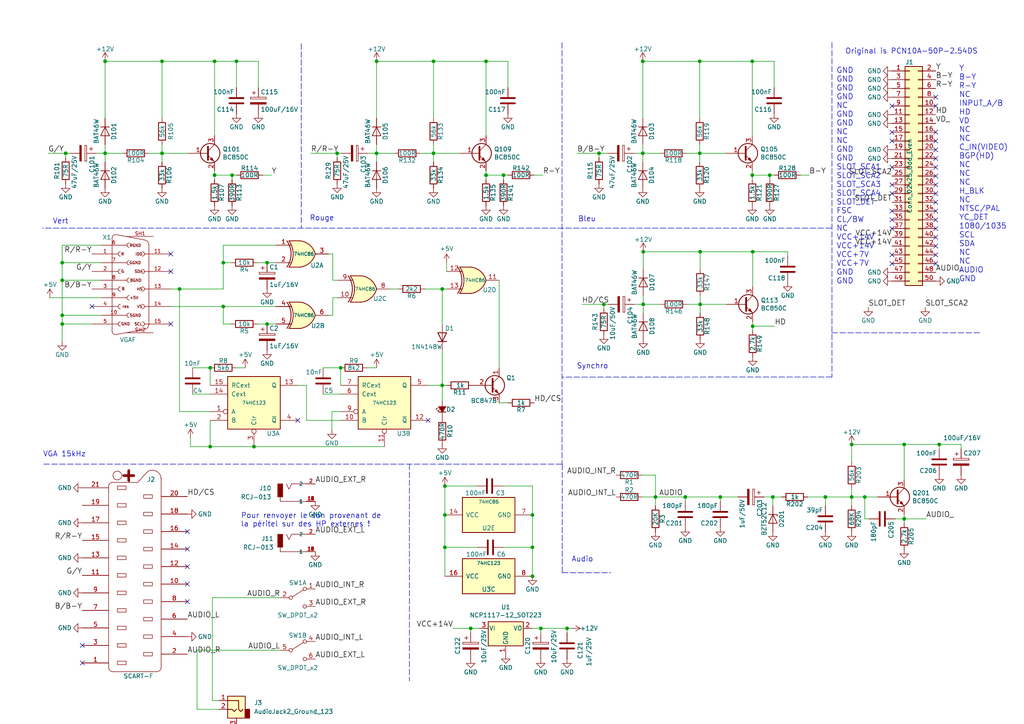
<source format=kicad_sch>
(kicad_sch (version 20211123) (generator eeschema)
  (paper "A4")
  (title_block (title "IF-CO1COMG Clone Base board (Scart+VGA in)") (date "2024-03-31") (rev "1") (company "L33T TEK, Martin Hejnfelt (martin@hejnfelt.com)") (comment 1 "Modifié par Makoto (makotoworkshop.org) pour ajout du VGA 15kHz (suppression des BNC)"))
  (junction (at 186.436 17.78))
  (junction (at 129.032 149.352))
  (junction (at 218.313 73.025))
  (junction (at 198.755 144.145))
  (junction (at 68.58 17.78))
  (junction (at 262.255 150.495))
  (junction (at 140.97 50.8))
  (junction (at 64.77 76.2))
  (junction (at 46.99 44.45))
  (junction (at 67.31 50.8))
  (junction (at 186.563 73.025))
  (junction (at 203.073 73.025))
  (junction (at 77.47 76.2))
  (junction (at 128.27 111.76))
  (junction (at 98.806 106.68))
  (junction (at 73.66 129.54))
  (junction (at 77.47 93.98))
  (junction (at 154.432 158.75))
  (junction (at 62.23 17.78))
  (junction (at 128.27 83.82))
  (junction (at 154.432 149.352))
  (junction (at 218.313 94.615))
  (junction (at 18.034 93.98))
  (junction (at 30.48 17.78))
  (junction (at 46.99 17.78))
  (junction (at 202.946 44.45))
  (junction (at 250.825 144.145))
  (junction (at 129.032 158.75))
  (junction (at 186.563 88.265))
  (junction (at 262.255 128.905))
  (junction (at 202.946 17.78))
  (junction (at 109.22 17.78))
  (junction (at 30.48 44.45))
  (junction (at 140.97 17.78))
  (junction (at 125.73 17.78))
  (junction (at 146.05 50.8))
  (junction (at 18.034 81.28))
  (junction (at 223.266 50.8))
  (junction (at 18.034 76.2))
  (junction (at 224.155 144.145))
  (junction (at 218.186 17.78))
  (junction (at 136.525 182.245))
  (junction (at 173.736 44.45))
  (junction (at 52.07 83.82))
  (junction (at 190.119 144.145))
  (junction (at 164.465 182.245))
  (junction (at 18.034 91.44))
  (junction (at 239.395 144.145))
  (junction (at 129.032 140.97))
  (junction (at 247.015 128.905))
  (junction (at 62.23 50.8))
  (junction (at 247.015 144.145))
  (junction (at 218.186 50.8))
  (junction (at 97.79 44.45))
  (junction (at 60.96 129.54))
  (junction (at 109.22 44.45))
  (junction (at 154.432 167.132))
  (junction (at 203.073 88.265))
  (junction (at 64.77 88.9))
  (junction (at 186.436 44.45))
  (junction (at 272.415 128.905))
  (junction (at 19.05 44.45))
  (junction (at 208.915 144.145))
  (junction (at 60.96 106.68))
  (junction (at 175.133 88.265))
  (junction (at 125.73 44.45))
  (junction (at 156.845 182.245))
  (no_connect (at 23.876 192.278))
  (no_connect (at 271.399 76.454))
  (no_connect (at 271.399 38.354))
  (no_connect (at 271.399 56.134))
  (no_connect (at 54.356 154.178))
  (no_connect (at 258.699 38.354))
  (no_connect (at 54.356 164.338))
  (no_connect (at 271.399 66.294))
  (no_connect (at 258.699 63.754))
  (no_connect (at 124.206 121.92))
  (no_connect (at 271.399 28.194))
  (no_connect (at 54.356 174.498))
  (no_connect (at 258.699 40.894))
  (no_connect (at 258.699 61.214))
  (no_connect (at 271.399 48.514))
  (no_connect (at 54.356 169.418))
  (no_connect (at 49.53 93.98))
  (no_connect (at 49.53 78.74))
  (no_connect (at 49.53 73.66))
  (no_connect (at 258.699 30.734))
  (no_connect (at 271.399 40.894))
  (no_connect (at 271.399 71.374))
  (no_connect (at 258.699 48.514))
  (no_connect (at 271.399 43.434))
  (no_connect (at 86.36 121.92))
  (no_connect (at 271.399 68.834))
  (no_connect (at 271.399 51.054))
  (no_connect (at 54.356 159.258))
  (no_connect (at 271.399 45.974))
  (no_connect (at 258.699 73.914))
  (no_connect (at 258.699 76.454))
  (no_connect (at 271.399 53.594))
  (no_connect (at 271.399 58.674))
  (no_connect (at 271.399 61.214))
  (no_connect (at 258.699 66.294))
  (no_connect (at 23.876 187.198))
  (no_connect (at 271.399 73.914))
  (no_connect (at 258.699 53.594))
  (no_connect (at 26.67 88.9))
  (no_connect (at 271.399 30.734))
  (no_connect (at 271.399 63.754))
  (no_connect (at 258.699 56.134))
  (wire (pts (xy 186.563 85.725) (xy 186.563 88.265)))
  (wire (pts (xy 262.255 149.225) (xy 262.255 150.495)))
  (polyline (pts (xy 241.3 109.347) (xy 163.068 109.3724)))
  (wire (pts (xy 97.79 45.72) (xy 97.79 44.45)))
  (wire (pts (xy 218.313 73.025) (xy 218.313 83.185)))
  (wire (pts (xy 186.563 88.265) (xy 186.563 90.805)))
  (wire (pts (xy 64.77 76.2) (xy 64.77 83.82)))
  (wire (pts (xy 81.28 173.355) (xy 61.595 173.355)))
  (wire (pts (xy 198.755 144.145) (xy 208.915 144.145)))
  (wire (pts (xy 64.77 76.2) (xy 64.77 71.12)))
  (wire (pts (xy 186.563 88.265) (xy 191.643 88.265)))
  (polyline (pts (xy 163.068 166.116) (xy 176.9872 166.116)))
  (wire (pts (xy 250.825 144.145) (xy 254.635 144.145)))
  (wire (pts (xy 202.946 41.91) (xy 202.946 44.45)))
  (polyline (pts (xy 163.0172 12.3444) (xy 163.0172 134.62)))
  (wire (pts (xy 60.96 106.68) (xy 60.96 111.76)))
  (wire (pts (xy 250.825 150.495) (xy 250.825 144.145)))
  (wire (pts (xy 14.478 86.36) (xy 29.21 86.36)))
  (wire (pts (xy 232.156 50.8) (xy 234.696 50.8)))
  (wire (pts (xy 46.99 44.45) (xy 54.61 44.45)))
  (wire (pts (xy 154.432 158.75) (xy 154.432 167.132)))
  (wire (pts (xy 131.445 182.245) (xy 136.525 182.245)))
  (wire (pts (xy 239.395 146.685) (xy 239.395 144.145)))
  (wire (pts (xy 247.015 141.605) (xy 247.015 144.145)))
  (wire (pts (xy 173.736 44.45) (xy 176.276 44.45)))
  (wire (pts (xy 74.676 76.2) (xy 77.47 76.2)))
  (wire (pts (xy 128.27 111.76) (xy 124.206 111.76)))
  (wire (pts (xy 202.946 17.78) (xy 218.186 17.78)))
  (wire (pts (xy 129.032 140.97) (xy 138.176 140.97)))
  (wire (pts (xy 218.313 94.615) (xy 218.313 95.885)))
  (wire (pts (xy 61.595 173.355) (xy 61.595 203.2)))
  (wire (pts (xy 129.032 158.75) (xy 138.43 158.75)))
  (wire (pts (xy 164.465 183.515) (xy 164.465 182.245)))
  (wire (pts (xy 156.845 183.515) (xy 156.845 182.245)))
  (wire (pts (xy 62.23 17.78) (xy 62.23 39.37)))
  (wire (pts (xy 125.73 41.91) (xy 125.73 44.45)))
  (wire (pts (xy 223.266 52.07) (xy 223.266 50.8)))
  (wire (pts (xy 30.48 17.78) (xy 46.99 17.78)))
  (wire (pts (xy 49.53 83.82) (xy 52.07 83.82)))
  (wire (pts (xy 46.99 41.91) (xy 46.99 44.45)))
  (wire (pts (xy 55.245 129.54) (xy 55.245 127)))
  (polyline (pts (xy 241.173 66.167) (xy 12.319 66.167)))
  (wire (pts (xy 30.48 41.91) (xy 30.48 44.45)))
  (wire (pts (xy 183.896 44.45) (xy 186.436 44.45)))
  (wire (pts (xy 86.36 111.76) (xy 88.9 111.76)))
  (wire (pts (xy 97.79 86.36) (xy 96.52 86.36)))
  (wire (pts (xy 18.034 91.44) (xy 29.21 91.44)))
  (wire (pts (xy 144.78 116.84) (xy 147.32 116.84)))
  (wire (pts (xy 55.88 106.68) (xy 60.96 106.68)))
  (wire (pts (xy 18.034 71.12) (xy 18.034 76.2)))
  (wire (pts (xy 96.52 81.28) (xy 97.79 81.28)))
  (wire (pts (xy 62.23 50.8) (xy 67.31 50.8)))
  (wire (pts (xy 125.73 34.29) (xy 125.73 17.78)))
  (wire (pts (xy 68.58 17.78) (xy 74.93 17.78)))
  (wire (pts (xy 18.034 81.28) (xy 29.21 81.28)))
  (wire (pts (xy 156.845 182.245) (xy 164.465 182.245)))
  (wire (pts (xy 96.52 91.44) (xy 95.25 91.44)))
  (polyline (pts (xy 241.3 96.52) (xy 284.48 96.52)))
  (wire (pts (xy 272.415 128.905) (xy 272.415 130.175)))
  (wire (pts (xy 203.073 78.105) (xy 203.073 73.025)))
  (wire (pts (xy 62.23 49.53) (xy 62.23 50.8)))
  (wire (pts (xy 202.946 44.45) (xy 210.566 44.45)))
  (wire (pts (xy 128.27 83.82) (xy 128.27 93.98)))
  (wire (pts (xy 140.97 50.8) (xy 146.05 50.8)))
  (wire (pts (xy 218.186 49.53) (xy 218.186 50.8)))
  (wire (pts (xy 57.15 188.595) (xy 57.15 205.74)))
  (wire (pts (xy 154.432 149.352) (xy 154.432 158.75)))
  (wire (pts (xy 60.96 129.54) (xy 55.245 129.54)))
  (wire (pts (xy 68.58 17.78) (xy 68.58 25.4)))
  (wire (pts (xy 106.426 106.68) (xy 109.22 106.68)))
  (polyline (pts (xy 118.745 134.62) (xy 118.745 197.485)))
  (wire (pts (xy 74.676 93.98) (xy 77.47 93.98)))
  (wire (pts (xy 123.19 83.82) (xy 128.27 83.82)))
  (wire (pts (xy 29.21 71.12) (xy 18.034 71.12)))
  (wire (pts (xy 64.77 88.9) (xy 80.01 88.9)))
  (wire (pts (xy 52.07 83.82) (xy 52.07 119.38)))
  (wire (pts (xy 218.313 93.345) (xy 218.313 94.615)))
  (wire (pts (xy 30.48 17.78) (xy 30.48 34.29)))
  (wire (pts (xy 190.119 144.145) (xy 190.119 146.685)))
  (wire (pts (xy 62.23 17.78) (xy 68.58 17.78)))
  (wire (pts (xy 49.53 88.9) (xy 64.77 88.9)))
  (wire (pts (xy 272.415 128.905) (xy 278.765 128.905)))
  (wire (pts (xy 218.186 50.8) (xy 223.266 50.8)))
  (wire (pts (xy 81.28 188.595) (xy 57.15 188.595)))
  (wire (pts (xy 146.05 52.07) (xy 146.05 50.8)))
  (wire (pts (xy 224.155 146.685) (xy 224.155 144.145)))
  (wire (pts (xy 198.755 145.415) (xy 198.755 144.145)))
  (wire (pts (xy 186.563 78.105) (xy 186.563 73.025)))
  (wire (pts (xy 43.18 44.45) (xy 46.99 44.45)))
  (wire (pts (xy 140.97 17.78) (xy 147.32 17.78)))
  (wire (pts (xy 113.03 83.82) (xy 115.57 83.82)))
  (wire (pts (xy 60.96 119.38) (xy 52.07 119.38)))
  (wire (pts (xy 278.765 128.905) (xy 278.765 130.175)))
  (wire (pts (xy 93.726 114.3) (xy 98.806 114.3)))
  (wire (pts (xy 73.66 129.54) (xy 111.506 129.54)))
  (wire (pts (xy 88.9 121.92) (xy 98.806 121.92)))
  (wire (pts (xy 129.032 158.75) (xy 129.032 167.132)))
  (wire (pts (xy 140.97 49.53) (xy 140.97 50.8)))
  (wire (pts (xy 184.023 88.265) (xy 186.563 88.265)))
  (wire (pts (xy 186.309 137.795) (xy 190.119 137.795)))
  (wire (pts (xy 224.155 144.145) (xy 226.695 144.145)))
  (wire (pts (xy 164.465 182.245) (xy 165.735 182.245)))
  (wire (pts (xy 18.034 93.98) (xy 26.67 93.98)))
  (wire (pts (xy 64.77 93.98) (xy 64.77 88.9)))
  (wire (pts (xy 203.073 85.725) (xy 203.073 88.265)))
  (wire (pts (xy 55.88 114.3) (xy 60.96 114.3)))
  (polyline (pts (xy 176.9872 165.9636) (xy 176.9872 166.116)))
  (wire (pts (xy 259.715 150.495) (xy 262.255 150.495)))
  (wire (pts (xy 247.015 133.985) (xy 247.015 128.905)))
  (polyline (pts (xy 12.7 134.62) (xy 163.1188 134.62)))
  (wire (pts (xy 145.796 140.97) (xy 154.432 140.97)))
  (polyline (pts (xy 163.068 134.62) (xy 163.068 165.7604)))
  (wire (pts (xy 203.073 88.265) (xy 210.693 88.265)))
  (wire (pts (xy 218.186 17.78) (xy 218.186 39.37)))
  (wire (pts (xy 88.9 111.76) (xy 88.9 121.92)))
  (wire (pts (xy 96.52 86.36) (xy 96.52 91.44)))
  (wire (pts (xy 186.436 41.91) (xy 186.436 44.45)))
  (wire (pts (xy 77.47 76.2) (xy 80.01 76.2)))
  (wire (pts (xy 67.31 52.07) (xy 67.31 50.8)))
  (wire (pts (xy 186.436 17.78) (xy 202.946 17.78)))
  (wire (pts (xy 190.119 137.795) (xy 190.119 144.145)))
  (wire (pts (xy 77.47 93.98) (xy 80.01 93.98)))
  (wire (pts (xy 52.07 83.82) (xy 64.77 83.82)))
  (wire (pts (xy 252.095 150.495) (xy 250.825 150.495)))
  (wire (pts (xy 90.17 44.45) (xy 97.79 44.45)))
  (wire (pts (xy 76.2 50.8) (xy 78.74 50.8)))
  (wire (pts (xy 121.92 44.45) (xy 125.73 44.45)))
  (wire (pts (xy 218.313 94.615) (xy 224.663 94.615)))
  (wire (pts (xy 186.436 44.45) (xy 191.516 44.45)))
  (wire (pts (xy 74.93 17.78) (xy 74.93 25.4)))
  (wire (pts (xy 109.22 44.45) (xy 114.3 44.45)))
  (wire (pts (xy 97.79 44.45) (xy 99.06 44.45)))
  (wire (pts (xy 64.77 71.12) (xy 80.01 71.12)))
  (wire (pts (xy 67.31 50.8) (xy 68.58 50.8)))
  (wire (pts (xy 109.22 17.78) (xy 109.22 34.29)))
  (wire (pts (xy 218.186 17.78) (xy 224.536 17.78)))
  (wire (pts (xy 125.73 17.78) (xy 140.97 17.78)))
  (wire (pts (xy 203.073 88.265) (xy 203.073 90.805)))
  (wire (pts (xy 146.05 158.75) (xy 154.432 158.75)))
  (wire (pts (xy 98.806 106.68) (xy 98.806 111.76)))
  (wire (pts (xy 67.056 93.98) (xy 64.77 93.98)))
  (wire (pts (xy 57.15 205.74) (xy 63.5 205.74)))
  (wire (pts (xy 19.05 44.45) (xy 20.32 44.45)))
  (wire (pts (xy 129.54 76.2) (xy 129.54 78.74)))
  (wire (pts (xy 109.22 41.91) (xy 109.22 44.45)))
  (wire (pts (xy 18.034 93.98) (xy 18.034 99.06)))
  (wire (pts (xy 186.309 144.145) (xy 190.119 144.145)))
  (wire (pts (xy 18.034 76.2) (xy 18.034 81.28)))
  (wire (pts (xy 95.25 73.66) (xy 96.52 73.66)))
  (wire (pts (xy 146.05 50.8) (xy 147.32 50.8)))
  (wire (pts (xy 154.305 182.245) (xy 156.845 182.245)))
  (wire (pts (xy 106.68 44.45) (xy 109.22 44.45)))
  (wire (pts (xy 129.032 149.352) (xy 129.032 158.75)))
  (wire (pts (xy 129.54 83.82) (xy 128.27 83.82)))
  (wire (pts (xy 46.99 17.78) (xy 62.23 17.78)))
  (wire (pts (xy 18.034 76.2) (xy 29.21 76.2)))
  (wire (pts (xy 93.726 106.68) (xy 98.806 106.68)))
  (wire (pts (xy 128.27 111.76) (xy 128.27 116.205)))
  (wire (pts (xy 144.78 81.28) (xy 144.78 106.68)))
  (wire (pts (xy 262.255 150.495) (xy 268.605 150.495)))
  (wire (pts (xy 223.266 50.8) (xy 224.536 50.8)))
  (wire (pts (xy 27.94 44.45) (xy 30.48 44.45)))
  (wire (pts (xy 186.436 44.45) (xy 186.436 46.99)))
  (wire (pts (xy 128.27 101.6) (xy 128.27 111.76)))
  (wire (pts (xy 202.946 44.45) (xy 202.946 46.99)))
  (wire (pts (xy 96.52 73.66) (xy 96.52 81.28)))
  (wire (pts (xy 186.563 73.025) (xy 203.073 73.025)))
  (wire (pts (xy 262.255 128.905) (xy 272.415 128.905)))
  (wire (pts (xy 62.23 50.8) (xy 62.23 52.07)))
  (wire (pts (xy 18.034 81.28) (xy 18.034 91.44)))
  (wire (pts (xy 234.315 144.145) (xy 239.395 144.145)))
  (polyline (pts (xy 241.3 12.319) (xy 241.3 109.347)))
  (wire (pts (xy 221.615 144.145) (xy 224.155 144.145)))
  (wire (pts (xy 208.915 145.415) (xy 208.915 144.145)))
  (wire (pts (xy 262.255 139.065) (xy 262.255 128.905)))
  (wire (pts (xy 247.015 144.145) (xy 247.015 146.685)))
  (wire (pts (xy 154.94 50.8) (xy 157.48 50.8)))
  (wire (pts (xy 136.525 183.515) (xy 136.525 182.245)))
  (wire (pts (xy 247.015 144.145) (xy 250.825 144.145)))
  (polyline (pts (xy 163.068 165.7604) (xy 163.068 166.116)))
  (wire (pts (xy 202.946 34.29) (xy 202.946 17.78)))
  (wire (pts (xy 198.755 144.145) (xy 190.119 144.145)))
  (wire (pts (xy 46.99 34.29) (xy 46.99 17.78)))
  (wire (pts (xy 175.133 88.265) (xy 176.403 88.265)))
  (wire (pts (xy 129.54 111.76) (xy 128.27 111.76)))
  (wire (pts (xy 228.473 73.025) (xy 228.473 74.295)))
  (wire (pts (xy 98.806 119.38) (xy 96.266 119.38)))
  (wire (pts (xy 140.97 50.8) (xy 140.97 52.07)))
  (wire (pts (xy 109.22 17.78) (xy 125.73 17.78)))
  (wire (pts (xy 239.395 144.145) (xy 247.015 144.145)))
  (wire (pts (xy 247.015 128.905) (xy 262.255 128.905)))
  (wire (pts (xy 125.73 44.45) (xy 125.73 46.99)))
  (wire (pts (xy 125.73 44.45) (xy 133.35 44.45)))
  (wire (pts (xy 218.313 73.025) (xy 228.473 73.025)))
  (wire (pts (xy 218.186 50.8) (xy 218.186 52.07)))
  (wire (pts (xy 168.783 88.265) (xy 175.133 88.265)))
  (wire (pts (xy 224.536 17.78) (xy 224.536 25.4)))
  (wire (pts (xy 96.266 119.38) (xy 96.266 124.714)))
  (wire (pts (xy 136.525 182.245) (xy 139.065 182.245)))
  (wire (pts (xy 68.58 106.68) (xy 71.12 106.68)))
  (wire (pts (xy 154.432 140.97) (xy 154.432 149.352)))
  (wire (pts (xy 173.736 45.72) (xy 173.736 44.45)))
  (wire (pts (xy 167.386 44.45) (xy 173.736 44.45)))
  (wire (pts (xy 19.05 45.72) (xy 19.05 44.45)))
  (wire (pts (xy 208.915 144.145) (xy 213.995 144.145)))
  (wire (pts (xy 67.056 76.2) (xy 64.77 76.2)))
  (wire (pts (xy 175.133 89.535) (xy 175.133 88.265)))
  (wire (pts (xy 60.96 129.54) (xy 73.66 129.54)))
  (wire (pts (xy 61.595 203.2) (xy 63.5 203.2)))
  (wire (pts (xy 60.96 121.92) (xy 60.96 129.54)))
  (wire (pts (xy 18.034 91.44) (xy 18.034 93.98)))
  (wire (pts (xy 30.48 44.45) (xy 35.56 44.45)))
  (wire (pts (xy 147.32 17.78) (xy 147.32 25.4)))
  (wire (pts (xy 199.263 88.265) (xy 203.073 88.265)))
  (wire (pts (xy 109.22 44.45) (xy 109.22 46.99)))
  (wire (pts (xy 46.99 44.45) (xy 46.99 46.99)))
  (wire (pts (xy 199.136 44.45) (xy 202.946 44.45)))
  (wire (pts (xy 30.48 44.45) (xy 30.48 46.99)))
  (wire (pts (xy 13.97 44.45) (xy 19.05 44.45)))
  (wire (pts (xy 262.255 150.495) (xy 262.255 151.765)))
  (wire (pts (xy 129.032 149.352) (xy 129.032 140.97)))
  (wire (pts (xy 203.073 73.025) (xy 218.313 73.025)))
  (polyline (pts (xy 87.376 12.7) (xy 87.376 66.167)))
  (wire (pts (xy 140.97 17.78) (xy 140.97 39.37)))
  (wire (pts (xy 186.436 17.78) (xy 186.436 34.29)))
  (text "Bleu" (at 167.64 64.516 0) (effects (font (size 1.524 1.524)) (justify left bottom)))
  (text "Pour renvoyer le son provenant de\nla péritel sur des HP externes !" (at 69.85 153.035 0) (effects (font (size 1.524 1.524)) (justify left bottom)))
  (text "Vert" (at 15.24 65.151 0) (effects (font (size 1.524 1.524)) (justify left bottom)))
  (text "Original is PCN10A-50P-2.54DS" (at 245.11 15.875 0) (effects (font (size 1.524 1.524)) (justify left bottom)))
  (text "Synchro" (at 167.259 107.188 0) (effects (font (size 1.524 1.524)) (justify left bottom)))
  (text "Y\nB-Y\nR-Y\nNC\nINPUT_A/B\nHD\nVD\nNC\nNC\nC_IN(VIDEO)\nBGP(HD)\nNC\nNC\nNC\nH_BLK\nNC\nNTSC/PAL\nYC_DET\n1080/1035\nSCL\nSDA\nNC\nNC\nAUDIO\nGND" (at 278.13 81.915 0) (effects (font (size 1.58 1.58)) (justify left bottom)))
  (text "Audio" (at 165.735 163.195 0) (effects (font (size 1.524 1.524)) (justify left bottom)))
  (text "GND\nGND\nGND\nGND\nNC\nGND\nGND\nNC\nNC\nGND\nGND\nSLOT_SCA1\nSLOT_SCA2\nSLOT_SCA3\nSLOT_SCA4\nSLOT_DET\nFSC\nCL/BW\nNC\nVCC+14V\nVCC+14V\nVCC+7V\nVCC+7V\nGND\nGND" (at 242.57 82.55 0) (effects (font (size 1.58 1.58)) (justify left bottom)))
  (text "VGA 15kHz" (at 12.446 132.715 0) (effects (font (size 1.524 1.524)) (justify left bottom)))
  (text "Rouge" (at 89.789 64.262 0) (effects (font (size 1.524 1.524)) (justify left bottom)))
  (label "AUDIO_" (at 268.605 150.495 0) (effects (font (size 1.524 1.524))))
  (label "HD/CS" (at 154.94 116.84 0) (effects (font (size 1.524 1.524))))
  (label "AUDIO_L" (at 81.28 188.595 180) (effects (font (size 1.524 1.524))))
  (label "VCC+14V" (at 258.699 71.374 180) (effects (font (size 1.524 1.524))))
  (label "AUDIO_INT_L" (at 91.44 186.055 0) (effects (font (size 1.524 1.524))))
  (label "AUDIO_INT_R" (at 178.689 137.795 180) (effects (font (size 1.524 1.524))))
  (label "AUDIO_R" (at 54.356 189.738 0) (effects (font (size 1.524 1.524))))
  (label "AUDIO_R" (at 81.28 173.355 180) (effects (font (size 1.524 1.524))))
  (label "HD/CS" (at 54.356 144.018 0) (effects (font (size 1.524 1.524))))
  (label "G/Y" (at 26.67 78.74 180) (effects (font (size 1.524 1.524))))
  (label "AUDIO_EXT_L" (at 91.44 154.94 0) (effects (font (size 1.524 1.524))))
  (label "G/Y" (at 23.876 166.878 180) (effects (font (size 1.524 1.524))))
  (label "AUDIO_L" (at 54.356 179.578 0) (effects (font (size 1.524 1.524))))
  (label "HD" (at 224.663 94.615 0) (effects (font (size 1.524 1.524))))
  (label "B/B-Y" (at 23.876 177.038 180) (effects (font (size 1.524 1.524))))
  (label "Y" (at 78.74 50.8 0) (effects (font (size 1.524 1.524))))
  (label "AUDIO_EXT_L" (at 91.44 191.135 0) (effects (font (size 1.524 1.524))))
  (label "B/B-Y" (at 167.386 44.45 0) (effects (font (size 1.524 1.524))))
  (label "B-Y" (at 271.399 23.114 0) (effects (font (size 1.524 1.524))))
  (label "SLOT_DET" (at 251.841 89.154 0) (effects (font (size 1.524 1.524))))
  (label "AUDIO" (at 191.135 144.145 0) (effects (font (size 1.524 1.524))))
  (label "HD" (at 271.399 33.274 0) (effects (font (size 1.524 1.524))))
  (label "SLOT_SCA2" (at 258.699 51.054 180) (effects (font (size 1.524 1.524))))
  (label "HD/CS" (at 168.783 88.265 0) (effects (font (size 1.524 1.524))))
  (label "VCC+14V" (at 131.445 182.245 180) (effects (font (size 1.524 1.524))))
  (label "SLOT_DET" (at 258.699 58.674 180) (effects (font (size 1.524 1.524))))
  (label "AUDIO_" (at 271.399 78.994 0) (effects (font (size 1.524 1.524))))
  (label "AUDIO_EXT_R" (at 91.44 175.895 0) (effects (font (size 1.524 1.524))))
  (label "AUDIO_INT_L" (at 178.689 144.145 180) (effects (font (size 1.524 1.524))))
  (label "VCC+14V" (at 258.699 68.834 180) (effects (font (size 1.524 1.524))))
  (label "R-Y" (at 271.399 25.654 0) (effects (font (size 1.524 1.524))))
  (label "R/R-Y" (at 23.876 156.718 180) (effects (font (size 1.524 1.524))))
  (label "VD_" (at 271.399 35.814 0) (effects (font (size 1.524 1.524))))
  (label "B/B-Y" (at 26.67 83.82 180) (effects (font (size 1.524 1.524))))
  (label "R/R-Y" (at 90.17 44.45 0) (effects (font (size 1.524 1.524))))
  (label "B-Y" (at 234.696 50.8 0) (effects (font (size 1.524 1.524))))
  (label "G/Y" (at 13.97 44.45 0) (effects (font (size 1.524 1.524))))
  (label "SLOT_SCA2" (at 268.351 89.154 0) (effects (font (size 1.524 1.524))))
  (label "Y" (at 271.399 20.574 0) (effects (font (size 1.524 1.524))))
  (label "AUDIO_EXT_R" (at 91.44 140.335 0) (effects (font (size 1.524 1.524))))
  (label "AUDIO_INT_R" (at 91.44 170.815 0) (effects (font (size 1.524 1.524))))
  (label "R/R-Y" (at 26.67 73.66 180) (effects (font (size 1.524 1.524))))
  (label "R-Y" (at 157.48 50.8 0) (effects (font (size 1.524 1.524))))
  (symbol (lib_id "rgb-board-rescue:CP") (at 24.13 44.45 270) (unit 1)
    (property "Reference" "C101" (at 26.67 45.085 0) (effects (justify left)))
    (property "Value" "47uF/25V" (at 21.59 45.085 0) (effects (justify left)))
    (property "Footprint" "Capacitor_SMD:C_Elec_6.3x5.4" (effects hide))
  )
  (symbol (lib_id "rgb-board-rescue:D") (at 30.48 38.1 270) (unit 1)
    (property "Reference" "D101" (at 33.02 38.1 0))
    (property "Value" "BAT46W" (at 27.94 38.1 0))
    (property "Footprint" "Diode_SMD:D_SOD-123" (effects hide))
  )
  (symbol (lib_id "rgb-board-rescue:D") (at 30.48 50.8 270) (unit 1)
    (property "Reference" "D102" (at 33.02 50.8 0))
    (property "Value" "BAT46W" (at 27.94 50.8 0))
    (property "Footprint" "Diode_SMD:D_SOD-123" (effects hide))
  )
  (symbol (lib_id "rgb-board-rescue:R") (at 39.37 44.45 270) (unit 1)
    (property "Reference" "R104" (at 39.37 46.482 90))
    (property "Value" "100R" (at 39.37 44.45 90))
    (property "Footprint" "Resistor_SMD:R_1206_3216Metric_Pad1.30x1.75mm_HandSolder" (effects hide))
  )
  (symbol (lib_id "rgb-board-rescue:R") (at 46.99 38.1 0) (unit 1)
    (property "Reference" "R105" (at 49.53 38.1 90))
    (property "Value" "56k" (at 46.99 38.1 90))
    (property "Footprint" "Resistor_SMD:R_1206_3216Metric_Pad1.30x1.75mm_HandSolder" (effects hide))
  )
  (symbol (lib_id "rgb-board-rescue:R") (at 46.99 50.8 0) (unit 1)
    (property "Reference" "R106" (at 49.022 50.8 90))
    (property "Value" "33k" (at 46.99 50.8 90))
    (property "Footprint" "Resistor_SMD:R_1206_3216Metric_Pad1.30x1.75mm_HandSolder" (effects hide))
  )
  (symbol (lib_id "rgb-board-rescue:R") (at 62.23 55.88 0) (unit 1)
    (property "Reference" "R107" (at 64.262 55.88 90))
    (property "Value" "1.5k" (at 62.23 55.88 90))
    (property "Footprint" "Resistor_SMD:R_1206_3216Metric_Pad1.30x1.75mm_HandSolder" (effects hide))
  )
  (symbol (lib_id "rgb-board-rescue:C") (at 68.58 29.21 180) (unit 1)
    (property "Reference" "C114" (at 67.945 31.75 0) (effects (justify left)))
    (property "Value" "100nF" (at 67.945 26.67 0) (effects (justify left)))
    (property "Footprint" "Capacitor_SMD:C_1206_3216Metric_Pad1.33x1.80mm_HandSolder" (effects hide))
  )
  (symbol (lib_id "rgb-board-rescue:CP") (at 74.93 29.21 0) (unit 1)
    (property "Reference" "C115" (at 75.565 26.67 0) (effects (justify left)))
    (property "Value" "100uF/16V" (at 75.565 31.75 0) (effects (justify left)))
    (property "Footprint" "Capacitor_SMD:C_Elec_6.3x5.4" (effects hide))
  )
  (symbol (lib_id "rgb-board-rescue:GND") (at 30.48 54.61 0) (unit 1)
    (property "Reference" "#PWR01" (effects hide))
    (property "Value" "GND" (at 30.48 58.42 0))
  )
  (symbol (lib_id "rgb-board-rescue:GND") (at 46.99 54.61 0) (unit 1)
    (property "Reference" "#PWR02" (effects hide))
    (property "Value" "GND" (at 46.99 58.42 0))
  )
  (symbol (lib_id "rgb-board-rescue:GND") (at 62.23 59.69 0) (unit 1)
    (property "Reference" "#PWR03" (effects hide))
    (property "Value" "GND" (at 62.23 63.5 0))
  )
  (symbol (lib_id "rgb-board-rescue:GND") (at 68.58 33.02 0) (unit 1)
    (property "Reference" "#PWR04" (effects hide))
    (property "Value" "GND" (at 68.58 36.83 0))
  )
  (symbol (lib_id "rgb-board-rescue:GND") (at 74.93 33.02 0) (unit 1)
    (property "Reference" "#PWR05" (effects hide))
    (property "Value" "GND" (at 74.93 36.83 0))
  )
  (symbol (lib_id "rgb-board-rescue:R") (at 72.39 50.8 90) (unit 1)
    (property "Reference" "R114" (at 72.39 48.768 90))
    (property "Value" "100R" (at 72.39 50.8 90))
    (property "Footprint" "Resistor_SMD:R_1206_3216Metric_Pad1.30x1.75mm_HandSolder" (effects hide))
  )
  (symbol (lib_id "rgb-board-rescue:CP") (at 180.086 44.45 270) (unit 1)
    (property "Reference" "C102" (at 182.626 45.085 0) (effects (justify left)))
    (property "Value" "47uF/25V" (at 177.546 45.085 0) (effects (justify left)))
    (property "Footprint" "Capacitor_SMD:C_Elec_6.3x5.4" (effects hide))
  )
  (symbol (lib_id "rgb-board-rescue:D") (at 186.436 38.1 270) (unit 1)
    (property "Reference" "D103" (at 188.976 38.1 0))
    (property "Value" "BAT46W" (at 183.896 38.1 0))
    (property "Footprint" "Diode_SMD:D_SOD-123" (effects hide))
  )
  (symbol (lib_id "rgb-board-rescue:D") (at 186.436 50.8 270) (unit 1)
    (property "Reference" "D104" (at 188.976 50.8 0))
    (property "Value" "BAT46W" (at 183.896 50.8 0))
    (property "Footprint" "Diode_SMD:D_SOD-123" (effects hide))
  )
  (symbol (lib_id "rgb-board-rescue:R") (at 195.326 44.45 270) (unit 1)
    (property "Reference" "R118" (at 195.326 46.482 90))
    (property "Value" "100R" (at 195.326 44.45 90))
    (property "Footprint" "Resistor_SMD:R_1206_3216Metric_Pad1.30x1.75mm_HandSolder" (effects hide))
  )
  (symbol (lib_id "rgb-board-rescue:R") (at 202.946 38.1 0) (unit 1)
    (property "Reference" "R119" (at 204.978 38.1 90))
    (property "Value" "56k" (at 202.946 38.1 90))
    (property "Footprint" "Resistor_SMD:R_1206_3216Metric_Pad1.30x1.75mm_HandSolder" (effects hide))
  )
  (symbol (lib_id "rgb-board-rescue:R") (at 202.946 50.8 0) (unit 1)
    (property "Reference" "R120" (at 204.978 50.8 90))
    (property "Value" "33k" (at 202.946 50.8 90))
    (property "Footprint" "Resistor_SMD:R_1206_3216Metric_Pad1.30x1.75mm_HandSolder" (effects hide))
  )
  (symbol (lib_id "rgb-board-rescue:R") (at 218.186 55.88 0) (unit 1)
    (property "Reference" "R121" (at 220.218 55.88 90))
    (property "Value" "1.5k" (at 218.186 55.88 90))
    (property "Footprint" "Resistor_SMD:R_1206_3216Metric_Pad1.30x1.75mm_HandSolder" (effects hide))
  )
  (symbol (lib_id "rgb-board-rescue:C") (at 224.536 29.21 180) (unit 1)
    (property "Reference" "C116" (at 223.901 31.75 0) (effects (justify left)))
    (property "Value" "100nF" (at 223.901 26.67 0) (effects (justify left)))
    (property "Footprint" "Capacitor_SMD:C_1206_3216Metric_Pad1.33x1.80mm_HandSolder" (effects hide))
  )
  (symbol (lib_id "rgb-board-rescue:GND") (at 186.436 54.61 0) (unit 1)
    (property "Reference" "#PWR06" (effects hide))
    (property "Value" "GND" (at 186.436 58.42 0))
  )
  (symbol (lib_id "rgb-board-rescue:GND") (at 202.946 54.61 0) (unit 1)
    (property "Reference" "#PWR07" (effects hide))
    (property "Value" "GND" (at 202.946 58.42 0))
  )
  (symbol (lib_id "rgb-board-rescue:GND") (at 218.186 59.69 0) (unit 1)
    (property "Reference" "#PWR08" (effects hide))
    (property "Value" "GND" (at 218.186 63.5 0))
  )
  (symbol (lib_id "rgb-board-rescue:GND") (at 224.536 33.02 0) (unit 1)
    (property "Reference" "#PWR09" (effects hide))
    (property "Value" "GND" (at 224.536 36.83 0))
  )
  (symbol (lib_id "rgb-board-rescue:R") (at 228.346 50.8 90) (unit 1)
    (property "Reference" "R128" (at 228.346 48.768 90))
    (property "Value" "100R" (at 228.346 50.8 90))
    (property "Footprint" "Resistor_SMD:R_1206_3216Metric_Pad1.30x1.75mm_HandSolder" (effects hide))
  )
  (symbol (lib_id "rgb-board-rescue:CP") (at 102.87 44.45 270) (unit 1)
    (property "Reference" "C103" (at 105.41 45.085 0) (effects (justify left)))
    (property "Value" "47uF/25V" (at 100.33 45.085 0) (effects (justify left)))
    (property "Footprint" "Capacitor_SMD:C_Elec_6.3x5.4" (effects hide))
  )
  (symbol (lib_id "rgb-board-rescue:D") (at 109.22 38.1 270) (unit 1)
    (property "Reference" "D105" (at 111.76 38.1 0))
    (property "Value" "BAT46W" (at 106.68 38.1 0))
    (property "Footprint" "Diode_SMD:D_SOD-123" (effects hide))
  )
  (symbol (lib_id "rgb-board-rescue:D") (at 109.22 50.8 270) (unit 1)
    (property "Reference" "D106" (at 111.76 50.8 0))
    (property "Value" "BAT46W" (at 106.68 50.8 0))
    (property "Footprint" "Diode_SMD:D_SOD-123" (effects hide))
  )
  (symbol (lib_id "rgb-board-rescue:R") (at 118.11 44.45 270) (unit 1)
    (property "Reference" "R132" (at 118.11 46.482 90))
    (property "Value" "100R" (at 118.11 44.45 90))
    (property "Footprint" "Resistor_SMD:R_1206_3216Metric_Pad1.30x1.75mm_HandSolder" (effects hide))
  )
  (symbol (lib_id "rgb-board-rescue:R") (at 125.73 38.1 0) (unit 1)
    (property "Reference" "R133" (at 127.762 38.1 90))
    (property "Value" "56k" (at 125.73 38.1 90))
    (property "Footprint" "Resistor_SMD:R_1206_3216Metric_Pad1.30x1.75mm_HandSolder" (effects hide))
  )
  (symbol (lib_id "rgb-board-rescue:R") (at 125.73 50.8 0) (unit 1)
    (property "Reference" "R134" (at 127.762 50.8 90))
    (property "Value" "33k" (at 125.73 50.8 90))
    (property "Footprint" "Resistor_SMD:R_1206_3216Metric_Pad1.30x1.75mm_HandSolder" (effects hide))
  )
  (symbol (lib_id "rgb-board-rescue:R") (at 140.97 55.88 0) (unit 1)
    (property "Reference" "R135" (at 143.002 55.88 90))
    (property "Value" "1.5k" (at 140.97 55.88 90))
    (property "Footprint" "Resistor_SMD:R_1206_3216Metric_Pad1.30x1.75mm_HandSolder" (effects hide))
  )
  (symbol (lib_id "rgb-board-rescue:C") (at 147.32 29.21 180) (unit 1)
    (property "Reference" "C117" (at 146.685 31.75 0) (effects (justify left)))
    (property "Value" "100nF" (at 146.685 26.67 0) (effects (justify left)))
    (property "Footprint" "Capacitor_SMD:C_1206_3216Metric_Pad1.33x1.80mm_HandSolder" (effects hide))
  )
  (symbol (lib_id "rgb-board-rescue:GND") (at 109.22 54.61 0) (unit 1)
    (property "Reference" "#PWR010" (effects hide))
    (property "Value" "GND" (at 109.22 58.42 0))
  )
  (symbol (lib_id "rgb-board-rescue:GND") (at 125.73 54.61 0) (unit 1)
    (property "Reference" "#PWR011" (effects hide))
    (property "Value" "GND" (at 125.73 58.42 0))
  )
  (symbol (lib_id "rgb-board-rescue:GND") (at 140.97 59.69 0) (unit 1)
    (property "Reference" "#PWR012" (effects hide))
    (property "Value" "GND" (at 140.97 63.5 0))
  )
  (symbol (lib_id "rgb-board-rescue:GND") (at 147.32 33.02 0) (unit 1)
    (property "Reference" "#PWR013" (effects hide))
    (property "Value" "GND" (at 147.32 36.83 0))
  )
  (symbol (lib_id "rgb-board-rescue:R") (at 151.13 50.8 90) (unit 1)
    (property "Reference" "R142" (at 151.13 48.768 90))
    (property "Value" "100R" (at 151.13 50.8 90))
    (property "Footprint" "Resistor_SMD:R_1206_3216Metric_Pad1.30x1.75mm_HandSolder" (effects hide))
  )
  (symbol (lib_id "rgb-board-rescue:+12V") (at 186.436 17.78 0) (unit 1)
    (property "Reference" "#PWR014" (effects hide))
    (property "Value" "+12V" (at 186.436 14.224 0))
  )
  (symbol (lib_id "rgb-board-rescue:+12V") (at 30.48 17.78 0) (unit 1)
    (property "Reference" "#PWR015" (effects hide))
    (property "Value" "+12V" (at 30.48 14.224 0))
  )
  (symbol (lib_id "rgb-board-rescue:+12V") (at 109.22 17.78 0) (unit 1)
    (property "Reference" "#PWR016" (effects hide))
    (property "Value" "+12V" (at 109.22 14.224 0))
  )
  (symbol (lib_id "rgb-board-rescue:Conn_02x25_Odd_Even") (at 263.779 51.054 0) (unit 1)
    (property "Reference" "J1" (at 263.779 18.034 0))
    (property "Value" "Conn_02x25_Odd_Even" (at 263.779 51.054 90))
    (property "Footprint" "Pin_Headers:Pin_Header_Angled_2x25_Pitch2.54mm" (effects hide))
  )
  (symbol (lib_id "rgb-board-rescue:GND") (at 258.699 20.574 270) (unit 1)
    (property "Reference" "#PWR017" (effects hide))
    (property "Value" "GND" (at 253.619 20.574 90))
  )
  (symbol (lib_id "rgb-board-rescue:GND") (at 258.699 23.114 270) (unit 1)
    (property "Reference" "#PWR018" (effects hide))
    (property "Value" "GND" (at 253.619 23.114 90))
  )
  (symbol (lib_id "rgb-board-rescue:GND") (at 258.699 25.654 270) (unit 1)
    (property "Reference" "#PWR019" (effects hide))
    (property "Value" "GND" (at 253.619 25.654 90))
  )
  (symbol (lib_id "rgb-board-rescue:GND") (at 258.699 28.194 270) (unit 1)
    (property "Reference" "#PWR020" (effects hide))
    (property "Value" "GND" (at 253.619 28.194 90))
  )
  (symbol (lib_id "rgb-board-rescue:CP") (at 180.213 88.265 270) (unit 1)
    (property "Reference" "C104" (at 182.753 88.9 0) (effects (justify left)))
    (property "Value" "10uF/50V" (at 177.673 88.9 0) (effects (justify left)))
    (property "Footprint" "Capacitor_SMD:C_Elec_5x5.4" (effects hide))
  )
  (symbol (lib_id "rgb-board-rescue:D") (at 186.563 81.915 270) (unit 1)
    (property "Reference" "D107" (at 189.103 81.915 0))
    (property "Value" "BAT46W" (at 184.023 81.915 0))
    (property "Footprint" "Diode_SMD:D_SOD-123" (effects hide))
  )
  (symbol (lib_id "rgb-board-rescue:D") (at 186.563 94.615 270) (unit 1)
    (property "Reference" "D108" (at 189.103 94.615 0))
    (property "Value" "BAT46W" (at 184.023 94.615 0))
    (property "Footprint" "Diode_SMD:D_SOD-123" (effects hide))
  )
  (symbol (lib_id "rgb-board-rescue:R") (at 195.453 88.265 270) (unit 1)
    (property "Reference" "R146" (at 195.453 90.297 90))
    (property "Value" "100R" (at 195.453 88.265 90))
    (property "Footprint" "Resistor_SMD:R_1206_3216Metric_Pad1.30x1.75mm_HandSolder" (effects hide))
  )
  (symbol (lib_id "rgb-board-rescue:R") (at 203.073 81.915 0) (unit 1)
    (property "Reference" "R147" (at 205.105 81.915 90))
    (property "Value" "33k" (at 203.073 81.915 90))
    (property "Footprint" "Resistor_SMD:R_1206_3216Metric_Pad1.30x1.75mm_HandSolder" (effects hide))
  )
  (symbol (lib_id "rgb-board-rescue:R") (at 203.073 94.615 0) (unit 1)
    (property "Reference" "R148" (at 205.105 94.615 90))
    (property "Value" "33k" (at 203.073 94.615 90))
    (property "Footprint" "Resistor_SMD:R_1206_3216Metric_Pad1.30x1.75mm_HandSolder" (effects hide))
  )
  (symbol (lib_id "rgb-board-rescue:R") (at 218.313 99.695 0) (unit 1)
    (property "Reference" "R149" (at 220.345 99.695 90))
    (property "Value" "2.7k" (at 218.313 99.695 90))
    (property "Footprint" "Resistor_SMD:R_1206_3216Metric_Pad1.30x1.75mm_HandSolder" (effects hide))
  )
  (symbol (lib_id "rgb-board-rescue:C") (at 228.473 78.105 180) (unit 1)
    (property "Reference" "C118" (at 227.838 80.645 0) (effects (justify left)))
    (property "Value" "100nF" (at 227.838 75.565 0) (effects (justify left)))
    (property "Footprint" "Capacitor_SMD:C_1206_3216Metric_Pad1.33x1.80mm_HandSolder" (effects hide))
  )
  (symbol (lib_id "rgb-board-rescue:GND") (at 186.563 98.425 0) (unit 1)
    (property "Reference" "#PWR021" (effects hide))
    (property "Value" "GND" (at 186.563 102.235 0))
  )
  (symbol (lib_id "rgb-board-rescue:GND") (at 203.073 98.425 0) (unit 1)
    (property "Reference" "#PWR022" (effects hide))
    (property "Value" "GND" (at 203.073 102.235 0))
  )
  (symbol (lib_id "rgb-board-rescue:GND") (at 218.313 103.505 0) (unit 1)
    (property "Reference" "#PWR023" (effects hide))
    (property "Value" "GND" (at 218.313 107.315 0))
  )
  (symbol (lib_id "rgb-board-rescue:GND") (at 228.473 81.915 0) (unit 1)
    (property "Reference" "#PWR024" (effects hide))
    (property "Value" "GND" (at 228.473 85.725 0))
  )
  (symbol (lib_id "rgb-board-rescue:GND") (at 258.699 43.434 270) (unit 1)
    (property "Reference" "#PWR029" (effects hide))
    (property "Value" "GND" (at 253.619 43.434 90))
  )
  (symbol (lib_id "rgb-board-rescue:GND") (at 258.699 45.974 270) (unit 1)
    (property "Reference" "#PWR030" (effects hide))
    (property "Value" "GND" (at 253.619 45.974 90))
  )
  (symbol (lib_id "rgb-board-rescue:R") (at 19.05 49.53 0) (unit 1)
    (property "Reference" "R101" (at 16.51 49.53 90))
    (property "Value" "75R" (at 19.05 49.53 90))
    (property "Footprint" "Resistor_SMD:R_1206_3216Metric_Pad1.30x1.75mm_HandSolder" (effects hide))
  )
  (symbol (lib_id "rgb-board-rescue:GND") (at 19.05 53.34 0) (unit 1)
    (property "Reference" "#PWR051" (effects hide))
    (property "Value" "GND" (at 19.05 57.15 0))
  )
  (symbol (lib_id "rgb-board-rescue:R") (at 173.736 49.53 0) (unit 1)
    (property "Reference" "R115" (at 171.196 49.53 90))
    (property "Value" "75R" (at 173.736 49.53 90))
    (property "Footprint" "Resistor_SMD:R_1206_3216Metric_Pad1.30x1.75mm_HandSolder" (effects hide))
  )
  (symbol (lib_id "rgb-board-rescue:GND") (at 173.736 53.34 0) (unit 1)
    (property "Reference" "#PWR052" (effects hide))
    (property "Value" "GND" (at 173.736 57.15 0))
  )
  (symbol (lib_id "rgb-board-rescue:R") (at 97.79 49.53 0) (unit 1)
    (property "Reference" "R129" (at 95.25 49.53 90))
    (property "Value" "75R" (at 97.79 49.53 90))
    (property "Footprint" "Resistor_SMD:R_1206_3216Metric_Pad1.30x1.75mm_HandSolder" (effects hide))
  )
  (symbol (lib_id "rgb-board-rescue:GND") (at 97.79 53.34 0) (unit 1)
    (property "Reference" "#PWR053" (effects hide))
    (property "Value" "GND" (at 97.79 57.15 0))
  )
  (symbol (lib_id "rgb-board-rescue:R") (at 175.133 93.345 0) (unit 1)
    (property "Reference" "R143" (at 172.593 93.345 90))
    (property "Value" "75R" (at 175.133 93.345 90))
    (property "Footprint" "Resistor_SMD:R_1206_3216Metric_Pad1.30x1.75mm_HandSolder" (effects hide))
  )
  (symbol (lib_id "rgb-board-rescue:GND") (at 175.133 97.155 0) (unit 1)
    (property "Reference" "#PWR054" (effects hide))
    (property "Value" "GND" (at 175.133 100.965 0))
  )
  (symbol (lib_id "rgb-board-rescue:GND") (at 136.525 191.135 0) (unit 1)
    (property "Reference" "#PWR057" (effects hide))
    (property "Value" "GND" (at 136.525 194.945 0))
  )
  (symbol (lib_id "rgb-board-rescue:GND") (at 156.845 191.135 0) (unit 1)
    (property "Reference" "#PWR058" (effects hide))
    (property "Value" "GND" (at 156.845 194.945 0))
  )
  (symbol (lib_id "rgb-board-rescue:+12V") (at 165.735 182.245 270) (unit 1)
    (property "Reference" "#PWR059" (effects hide))
    (property "Value" "+12V" (at 170.815 182.245 90))
  )
  (symbol (lib_id "rgb-board-rescue:GND") (at 23.876 171.958 270) (unit 1)
    (property "Reference" "#PWR031" (effects hide))
    (property "Value" "GND" (at 18.796 171.958 90))
  )
  (symbol (lib_id "rgb-board-rescue:GND") (at 23.876 182.118 270) (unit 1)
    (property "Reference" "#PWR032" (effects hide))
    (property "Value" "GND" (at 18.796 182.118 90))
  )
  (symbol (lib_id "rgb-board-rescue:GND") (at 54.356 184.658 90) (unit 1)
    (property "Reference" "#PWR033" (effects hide))
    (property "Value" "GND" (at 59.436 184.658 90))
  )
  (symbol (lib_id "rgb-board-rescue:CP") (at 217.805 144.145 270) (unit 1)
    (property "Reference" "C203" (at 220.345 144.78 0) (effects (justify left)))
    (property "Value" "1uF/50V" (at 215.265 144.78 0) (effects (justify left)))
    (property "Footprint" "Capacitor_SMD:C_Elec_4x5.4" (effects hide))
  )
  (symbol (lib_id "rgb-board-rescue:R") (at 230.505 144.145 270) (unit 1)
    (property "Reference" "R202" (at 230.505 146.177 90))
    (property "Value" "1k" (at 230.505 144.145 90))
    (property "Footprint" "Resistor_SMD:R_1206_3216Metric_Pad1.30x1.75mm_HandSolder" (effects hide))
  )
  (symbol (lib_id "rgb-board-rescue:R") (at 247.015 137.795 0) (unit 1)
    (property "Reference" "R203" (at 249.047 137.795 90))
    (property "Value" "56k" (at 247.015 137.795 90))
    (property "Footprint" "Resistor_SMD:R_1206_3216Metric_Pad1.30x1.75mm_HandSolder" (effects hide))
  )
  (symbol (lib_id "rgb-board-rescue:R") (at 247.015 150.495 0) (unit 1)
    (property "Reference" "R204" (at 249.047 150.495 90))
    (property "Value" "68K" (at 247.015 150.495 90))
    (property "Footprint" "Resistor_SMD:R_1206_3216Metric_Pad1.30x1.75mm_HandSolder" (effects hide))
  )
  (symbol (lib_id "rgb-board-rescue:R") (at 262.255 155.575 0) (unit 1)
    (property "Reference" "R205" (at 264.287 155.575 90))
    (property "Value" "2.7k" (at 262.255 155.575 90))
    (property "Footprint" "Resistor_SMD:R_1206_3216Metric_Pad1.30x1.75mm_HandSolder" (effects hide))
  )
  (symbol (lib_id "rgb-board-rescue:C") (at 255.905 150.495 270) (unit 1)
    (property "Reference" "C205" (at 258.445 151.13 0) (effects (justify left)))
    (property "Value" "180pF" (at 253.365 151.13 0) (effects (justify left)))
    (property "Footprint" "Capacitor_SMD:C_1206_3216Metric_Pad1.33x1.80mm_HandSolder" (effects hide))
  )
  (symbol (lib_id "rgb-board-rescue:C") (at 272.415 133.985 180) (unit 1)
    (property "Reference" "C206" (at 271.78 136.525 0) (effects (justify left)))
    (property "Value" "100nF" (at 271.78 131.445 0) (effects (justify left)))
    (property "Footprint" "Capacitor_SMD:C_1206_3216Metric_Pad1.33x1.80mm_HandSolder" (effects hide))
  )
  (symbol (lib_id "rgb-board-rescue:GND") (at 224.155 154.305 0) (unit 1)
    (property "Reference" "#PWR034" (effects hide))
    (property "Value" "GND" (at 224.155 158.115 0))
  )
  (symbol (lib_id "rgb-board-rescue:GND") (at 247.015 154.305 0) (unit 1)
    (property "Reference" "#PWR035" (effects hide))
    (property "Value" "GND" (at 247.015 158.115 0))
  )
  (symbol (lib_id "rgb-board-rescue:GND") (at 262.255 159.385 0) (unit 1)
    (property "Reference" "#PWR036" (effects hide))
    (property "Value" "GND" (at 262.255 163.195 0))
  )
  (symbol (lib_id "rgb-board-rescue:GND") (at 272.415 137.795 0) (unit 1)
    (property "Reference" "#PWR037" (effects hide))
    (property "Value" "GND" (at 272.415 141.605 0))
  )
  (symbol (lib_id "rgb-board-rescue:C") (at 208.915 149.225 180) (unit 1)
    (property "Reference" "C202" (at 208.28 151.765 0) (effects (justify left)))
    (property "Value" "180pF" (at 208.28 146.685 0) (effects (justify left)))
    (property "Footprint" "Capacitor_SMD:C_1206_3216Metric_Pad1.33x1.80mm_HandSolder" (effects hide))
  )
  (symbol (lib_id "rgb-board-rescue:C") (at 198.755 149.225 180) (unit 1)
    (property "Reference" "C201" (at 198.12 151.765 0) (effects (justify left)))
    (property "Value" "180pF" (at 198.12 146.685 0) (effects (justify left)))
    (property "Footprint" "Capacitor_SMD:C_1206_3216Metric_Pad1.33x1.80mm_HandSolder" (effects hide))
  )
  (symbol (lib_id "rgb-board-rescue:GND") (at 198.755 153.035 0) (unit 1)
    (property "Reference" "#PWR038" (effects hide))
    (property "Value" "GND" (at 198.755 156.845 0))
  )
  (symbol (lib_id "rgb-board-rescue:GND") (at 208.915 153.035 0) (unit 1)
    (property "Reference" "#PWR039" (effects hide))
    (property "Value" "GND" (at 208.915 156.845 0))
  )
  (symbol (lib_id "rgb-board-rescue:D_Zener") (at 224.155 150.495 270) (unit 1)
    (property "Reference" "D201" (at 226.695 150.495 0))
    (property "Value" "BZT52C12" (at 221.615 150.495 0))
    (property "Footprint" "Diode_SMD:D_SOD-123" (effects hide))
  )
  (symbol (lib_id "rgb-board-rescue:CP") (at 278.765 133.985 0) (unit 1)
    (property "Reference" "C207" (at 279.4 131.445 0) (effects (justify left)))
    (property "Value" "100uF/16V" (at 273.558 127 0) (effects (justify left)))
    (property "Footprint" "Capacitor_SMD:C_Elec_6.3x5.4" (effects hide))
  )
  (symbol (lib_id "rgb-board-rescue:GND") (at 278.765 137.795 0) (unit 1)
    (property "Reference" "#PWR040" (effects hide))
    (property "Value" "GND" (at 278.765 141.605 0))
  )
  (symbol (lib_id "rgb-board-rescue:+12V") (at 247.015 128.905 0) (unit 1)
    (property "Reference" "#PWR041" (effects hide))
    (property "Value" "+12V" (at 247.015 125.349 0))
  )
  (symbol (lib_id "rgb-board-rescue:+12V") (at 186.563 73.025 0) (unit 1)
    (property "Reference" "#PWR042" (effects hide))
    (property "Value" "+12V" (at 186.563 69.469 0))
  )
  (symbol (lib_id "rgb-board-rescue:GND") (at 258.699 81.534 270) (unit 1)
    (property "Reference" "#PWR044" (effects hide))
    (property "Value" "GND" (at 253.619 81.534 90))
  )
  (symbol (lib_id "rgb-board-rescue:GND") (at 271.399 81.534 90) (unit 1)
    (property "Reference" "#PWR045" (effects hide))
    (property "Value" "GND" (at 276.479 81.534 90))
  )
  (symbol (lib_id "rgb-board-rescue:GND") (at 258.699 78.994 270) (unit 1)
    (property "Reference" "#PWR046" (effects hide))
    (property "Value" "GND" (at 253.619 78.994 90))
  )
  (symbol (lib_id "rgb-board-rescue:GND") (at 251.841 89.154 0) (unit 1)
    (property "Reference" "#PWR047" (effects hide))
    (property "Value" "GND" (at 251.841 92.964 0))
  )
  (symbol (lib_id "rgb-board-rescue:GND") (at 268.351 89.154 0) (unit 1)
    (property "Reference" "#PWR048" (effects hide))
    (property "Value" "GND" (at 268.351 92.964 0))
  )
  (symbol (lib_id "rgb-board-rescue:GND") (at 258.699 33.274 270) (unit 1)
    (property "Reference" "#PWR049" (effects hide))
    (property "Value" "GND" (at 253.619 33.274 90))
  )
  (symbol (lib_id "rgb-board-rescue:GND") (at 258.699 35.814 270) (unit 1)
    (property "Reference" "#PWR050" (effects hide))
    (property "Value" "GND" (at 253.619 35.814 90))
  )
  (symbol (lib_id "rgb-board-rescue:GND") (at 23.876 151.638 270) (unit 1)
    (property "Reference" "#PWR060" (effects hide))
    (property "Value" "GND" (at 18.796 151.638 90))
  )
  (symbol (lib_id "rgb-board-rescue:GND") (at 23.876 141.478 270) (unit 1)
    (property "Reference" "#PWR061" (effects hide))
    (property "Value" "GND" (at 18.796 141.478 90))
  )
  (symbol (lib_id "rgb-board-rescue:GND") (at 23.876 161.798 270) (unit 1)
    (property "Reference" "#PWR062" (effects hide))
    (property "Value" "GND" (at 18.796 161.798 90))
  )
  (symbol (lib_id "rgb-board-rescue:R") (at 67.31 55.88 0) (unit 1)
    (property "Reference" "R113" (at 69.342 55.88 90))
    (property "Value" "390R" (at 67.31 55.88 90))
    (property "Footprint" "Resistor_SMD:R_1206_3216Metric_Pad1.30x1.75mm_HandSolder" (effects hide))
  )
  (symbol (lib_id "rgb-board-rescue:GND") (at 67.31 59.69 0) (unit 1)
    (property "Reference" "#PWR063" (effects hide))
    (property "Value" "GND" (at 67.31 63.5 0))
  )
  (symbol (lib_id "rgb-board-rescue:R") (at 223.266 55.88 0) (unit 1)
    (property "Reference" "R127" (at 225.298 55.88 90))
    (property "Value" "390R" (at 223.266 55.88 90))
    (property "Footprint" "Resistor_SMD:R_1206_3216Metric_Pad1.30x1.75mm_HandSolder" (effects hide))
  )
  (symbol (lib_id "rgb-board-rescue:GND") (at 223.266 59.69 0) (unit 1)
    (property "Reference" "#PWR064" (effects hide))
    (property "Value" "GND" (at 223.266 63.5 0))
  )
  (symbol (lib_id "rgb-board-rescue:R") (at 146.05 55.88 0) (unit 1)
    (property "Reference" "R141" (at 148.082 55.88 90))
    (property "Value" "390R" (at 146.05 55.88 90))
    (property "Footprint" "Resistor_SMD:R_1206_3216Metric_Pad1.30x1.75mm_HandSolder" (effects hide))
  )
  (symbol (lib_id "rgb-board-rescue:GND") (at 146.05 59.69 0) (unit 1)
    (property "Reference" "#PWR065" (effects hide))
    (property "Value" "GND" (at 146.05 63.5 0))
  )
  (symbol (lib_id "rgb-board-rescue:C") (at 239.395 150.495 180) (unit 1)
    (property "Reference" "C204" (at 238.76 153.035 0) (effects (justify left)))
    (property "Value" "39pF" (at 238.76 147.955 0) (effects (justify left)))
    (property "Footprint" "Capacitor_SMD:C_1206_3216Metric_Pad1.33x1.80mm_HandSolder" (effects hide))
  )
  (symbol (lib_id "rgb-board-rescue:GND") (at 239.395 154.305 0) (unit 1)
    (property "Reference" "#PWR066" (effects hide))
    (property "Value" "GND" (at 239.395 158.115 0))
  )
  (symbol (lib_id "rgb-board-rescue:C") (at 164.465 187.325 180) (unit 1)
    (property "Reference" "C121" (at 168.275 186.055 90) (effects (justify left)))
    (property "Value" "1uF/25V" (at 170.815 184.785 90) (effects (justify left)))
    (property "Footprint" "Capacitor_SMD:C_1206_3216Metric_Pad1.33x1.80mm_HandSolder" (effects hide))
  )
  (symbol (lib_id "rgb-board-rescue:GND") (at 164.465 191.135 0) (unit 1)
    (property "Reference" "#PWR067" (effects hide))
    (property "Value" "GND" (at 164.465 194.945 0))
  )
  (symbol (lib_id "rgb-board-rescue:CP") (at 136.525 187.325 0) (unit 1)
    (property "Reference" "C122" (at 132.715 189.865 90) (effects (justify left)))
    (property "Value" "10uF/25V" (at 140.335 192.405 90) (effects (justify left)))
    (property "Footprint" "Capacitor_SMD:C_Elec_4x5.4" (effects hide))
  )
  (symbol (lib_id "rgb-board-rescue:CP") (at 156.845 187.325 0) (unit 1)
    (property "Reference" "C120" (at 153.035 189.865 90) (effects (justify left)))
    (property "Value" "10uF/25V" (at 160.655 192.405 90) (effects (justify left)))
    (property "Footprint" "Capacitor_SMD:C_Elec_4x5.4" (effects hide))
  )
  (symbol (lib_id "rgb-board-rescue:GND") (at 146.685 189.865 0) (unit 1)
    (property "Reference" "#PWR068" (effects hide))
    (property "Value" "GND" (at 146.685 193.675 0))
  )
  (symbol (lib_id "rgb-board-rescue:SCART-F") (at 39.116 165.608 0) (unit 1)
    (property "Reference" "J2" (at 43.815 139.065 0))
    (property "Value" "SCART-F" (at 40.132 196.088 0))
    (property "Footprint" "ninigi-scart-ra:NINIGI-SCART-RA" (effects hide))
  )
  (symbol (lib_id "rgb-board-rescue:R") (at 182.499 137.795 270) (unit 1)
    (property "Reference" "R1" (at 182.499 139.827 90))
    (property "Value" "470R" (at 182.499 137.795 90))
    (property "Footprint" "Resistor_SMD:R_1206_3216Metric_Pad1.30x1.75mm_HandSolder" (effects hide))
  )
  (symbol (lib_id "rgb-board-rescue:R") (at 182.499 144.145 90) (unit 1)
    (property "Reference" "R2" (at 182.499 142.113 90))
    (property "Value" "470R" (at 182.499 144.145 90))
    (property "Footprint" "Resistor_SMD:R_1206_3216Metric_Pad1.30x1.75mm_HandSolder" (effects hide))
  )
  (symbol (lib_id "rgb-board-rescue:R") (at 190.119 150.495 0) (unit 1)
    (property "Reference" "R3" (at 192.151 150.495 90))
    (property "Value" "20K" (at 190.119 150.495 90))
    (property "Footprint" "Resistor_SMD:R_1206_3216Metric_Pad1.30x1.75mm_HandSolder" (effects hide))
  )
  (symbol (lib_id "rgb-board-rescue:GND") (at 190.119 154.305 0) (unit 1)
    (property "Reference" "#PWR069" (effects hide))
    (property "Value" "GND" (at 190.119 158.115 0))
  )
  (symbol (lib_id "rgb-board-rescue:GND") (at 54.356 149.098 90) (unit 1)
    (property "Reference" "#PWR071" (effects hide))
    (property "Value" "GND" (at 59.436 149.098 90))
  )
  (symbol (lib_id "rgb-board-rescue:GND") (at 91.44 145.415 0) (unit 1)
    (property "Reference" "#PWR076" (effects hide))
    (property "Value" "GND" (at 91.44 149.225 0))
  )
  (symbol (lib_id "rgb-board-rescue:GND") (at 91.44 160.02 0) (unit 1)
    (property "Reference" "#PWR077" (effects hide))
    (property "Value" "GND" (at 91.44 163.83 0))
  )
  (symbol (lib_id "rgb-board-rescue:SW_DPDT_x2") (at 86.36 173.355 0) (unit 1)
    (property "Reference" "SW1" (at 86.36 169.037 0))
    (property "Value" "SW_DPDT_x2" (at 86.36 178.435 0))
    (property "Footprint" "LC2259:LC2259" (effects hide))
  )
  (symbol (lib_id "rgb-board-rescue:SW_DPDT_x2") (at 86.36 188.595 0) (unit 2)
    (property "Reference" "SW1" (at 86.36 184.277 0))
    (property "Value" "SW_DPDT_x2" (at 86.36 193.675 0))
    (property "Footprint" "LC2259:LC2259" (effects hide))
  )
  (symbol (lib_id "Device:Q_NPN_BEC") (at 59.69 44.45 0) (unit 1)
    (property "Reference" "Q101" (at 64.5414 43.2816 0) (effects (justify left)))
    (property "Value" "BC850C" (at 64.5414 45.593 0) (effects (justify left)))
    (property "Footprint" "Package_TO_SOT_SMD:SOT-23_Handsoldering" (effects hide))
  )
  (symbol (lib_id "Device:Q_NPN_BEC") (at 138.43 44.45 0) (unit 1)
    (property "Reference" "Q109" (at 143.2814 43.2816 0) (effects (justify left)))
    (property "Value" "BC850C" (at 143.2814 45.593 0) (effects (justify left)))
    (property "Footprint" "Package_TO_SOT_SMD:SOT-23_Handsoldering" (effects hide))
  )
  (symbol (lib_id "Device:Q_NPN_BEC") (at 215.646 44.45 0) (unit 1)
    (property "Reference" "Q105" (at 220.4974 43.2816 0) (effects (justify left)))
    (property "Value" "BC850C" (at 220.4974 45.593 0) (effects (justify left)))
    (property "Footprint" "Package_TO_SOT_SMD:SOT-23_Handsoldering" (effects hide))
  )
  (symbol (lib_id "Device:Q_NPN_BEC") (at 215.773 88.265 0) (unit 1)
    (property "Reference" "Q113" (at 220.6244 87.0966 0) (effects (justify left)))
    (property "Value" "BC850C" (at 220.6244 89.408 0) (effects (justify left)))
    (property "Footprint" "Package_TO_SOT_SMD:SOT-23_Handsoldering" (effects hide))
  )
  (symbol (lib_id "Device:Q_NPN_BEC") (at 259.715 144.145 0) (unit 1)
    (property "Reference" "Q201" (at 264.5664 142.9766 0) (effects (justify left)))
    (property "Value" "BC850C" (at 264.5664 145.288 0) (effects (justify left)))
    (property "Footprint" "Package_TO_SOT_SMD:SOT-23_Handsoldering" (effects hide))
  )
  (symbol (lib_id "Regulator_Linear:NCP1117-12_SOT223") (at 146.685 182.245 0) (unit 1)
    (property "Reference" "U1" (at 146.685 176.0982 0))
    (property "Value" "NCP1117-12_SOT223" (at 146.685 178.4096 0))
    (property "Footprint" "Package_TO_SOT_SMD:SOT-223-3_TabPin2" (effects hide))
    (property "Datasheet" "http://www.onsemi.com/pub_link/Collateral/NCP1117-D.PDF" (effects hide))
  )
  (symbol (lib_id "74xx:74HC123") (at 141.732 167.132 90) (unit 3)
    (property "Reference" "U3" (at 141.732 170.942 90))
    (property "Value" "74HC123" (at 141.732 163.322 90) (effects (font (size 1 1))))
    (property "Footprint" "Package_SO:SOIC-16_3.9x9.9mm_P1.27mm" (effects hide))
    (property "Datasheet" "https://assets.nexperia.com/documents/data-sheet/74HC_HCT123.pdf" (effects hide))
  )
  (symbol (lib_id "rgb-board-rescue:C") (at 142.24 158.75 270) (unit 1)
    (property "Reference" "C6" (at 144.018 160.782 90) (effects (justify left)))
    (property "Value" "100nF" (at 135.128 160.782 90) (effects (justify left)))
    (property "Footprint" "Capacitor_SMD:C_1206_3216Metric_Pad1.33x1.80mm_HandSolder" (effects hide))
  )
  (symbol (lib_id "rgb-board-rescue:GND") (at 68.58 210.82 0) (mirror y) (unit 1)
    (property "Reference" "#PWR0112" (effects hide))
    (property "Value" "GND" (at 68.58 214.63 0))
  )
  (symbol (lib_id "74xx:74LS86") (at 87.63 91.44 0) (unit 2)
    (property "Reference" "U2" (at 92.202 94.488 0))
    (property "Value" "74HC86" (at 88.138 91.44 0) (effects (font (size 1 1))))
    (property "Footprint" "Package_SO:SOIC-14_3.9x8.7mm_P1.27mm" (effects hide))
    (property "Datasheet" "74xx/74ls86.pdf" (effects hide))
  )
  (symbol (lib_id "rgb-board-rescue:R") (at 119.38 83.82 270) (unit 1)
    (property "Reference" "R6" (at 119.38 85.852 90))
    (property "Value" "2k2" (at 119.38 83.82 90))
    (property "Footprint" "Resistor_SMD:R_1206_3216Metric_Pad1.30x1.75mm_HandSolder" (effects hide))
  )
  (symbol (lib_id "rgb-board-rescue:GND") (at 154.432 167.132 0) (unit 1)
    (property "Reference" "#PWR0107" (effects hide))
    (property "Value" "GND" (at 154.432 170.942 0))
  )
  (symbol (lib_id "rgb-board-rescue:R") (at 102.616 106.68 90) (unit 1)
    (property "Reference" "R9" (at 102.616 104.648 90))
    (property "Value" "8k2" (at 102.616 106.68 90))
    (property "Footprint" "Resistor_SMD:R_1206_3216Metric_Pad1.30x1.75mm_HandSolder" (effects hide))
  )
  (symbol (lib_id "rgb-board-rescue:R") (at 151.13 116.84 270) (unit 1)
    (property "Reference" "R7" (at 151.13 118.872 90))
    (property "Value" "1k" (at 151.13 116.84 90))
    (property "Footprint" "Resistor_SMD:R_1206_3216Metric_Pad1.30x1.75mm_HandSolder" (effects hide))
  )
  (symbol (lib_id "rgb-board-rescue:GND") (at 128.27 128.905 0) (unit 1)
    (property "Reference" "#PWR0111" (effects hide))
    (property "Value" "GND" (at 128.27 132.715 0))
  )
  (symbol (lib_id "rgb-board-rescue:GND") (at 77.47 83.82 0) (unit 1)
    (property "Reference" "#PWR0102" (effects hide))
    (property "Value" "GND" (at 77.47 87.63 0))
  )
  (symbol (lib_id "rgb-board-rescue:C") (at 141.986 140.97 270) (unit 1)
    (property "Reference" "C3" (at 143.764 143.002 90) (effects (justify left)))
    (property "Value" "100nF" (at 134.874 143.002 90) (effects (justify left)))
    (property "Footprint" "Capacitor_SMD:C_1206_3216Metric_Pad1.33x1.80mm_HandSolder" (effects hide))
  )
  (symbol (lib_id "rgb-board-rescue:GND") (at 96.266 124.714 0) (unit 1)
    (property "Reference" "#PWR0109" (effects hide))
    (property "Value" "GND" (at 96.266 128.524 0))
  )
  (symbol (lib_id "rgb-board-rescue:GND") (at 77.47 101.6 0) (unit 1)
    (property "Reference" "#PWR0103" (effects hide))
    (property "Value" "GND" (at 77.47 105.41 0))
  )
  (symbol (lib_id "power:+5V") (at 55.245 127 0) (unit 1)
    (property "Reference" "#PWR0113" (effects hide))
    (property "Value" "+5V" (at 55.245 123.19 0))
  )
  (symbol (lib_id "Diode:1N4148W") (at 128.27 97.79 90) (unit 1)
    (property "Reference" "D1" (at 129.032 95.25 90) (effects (justify right)))
    (property "Value" "1N4148W" (at 119.253 100.584 90) (effects (justify right)))
    (property "Footprint" "Diode_SMD:D_SOD-123" (effects hide))
    (property "Datasheet" "https://www.vishay.com/docs/85748/1n4148w.pdf" (effects hide))
  )
  (symbol (lib_id "rgb-board-rescue:C") (at 55.88 110.49 180) (unit 1)
    (property "Reference" "C4" (at 58.674 113.284 0) (effects (justify left)))
    (property "Value" "10nF" (at 58.293 105.41 0) (effects (justify left)))
    (property "Footprint" "Capacitor_SMD:C_1206_3216Metric_Pad1.33x1.80mm_HandSolder" (effects hide))
  )
  (symbol (lib_id "rgb-board-rescue:GND") (at 18.034 99.06 0) (unit 1)
    (property "Reference" "#PWR0105" (effects hide))
    (property "Value" "GND" (at 18.034 102.87 0))
  )
  (symbol (lib_id "rgb-board-rescue:R") (at 133.35 111.76 270) (unit 1)
    (property "Reference" "R11" (at 133.35 113.792 90))
    (property "Value" "1k" (at 133.477 111.76 90))
    (property "Footprint" "Resistor_SMD:R_1206_3216Metric_Pad1.30x1.75mm_HandSolder" (effects hide))
  )
  (symbol (lib_id "HD15_B:VGAF") (at 36.83 81.28 0) (unit 1)
    (property "Reference" "X1" (at 30.988 68.834 0))
    (property "Value" "VGAF" (at 37.084 98.552 0))
    (property "Footprint" "HD15:HD15_B-HD15F" (effects hide))
  )
  (symbol (lib_id "74xx:74HC123") (at 111.506 116.84 0) (unit 2)
    (property "Reference" "U3" (at 117.094 125.73 0))
    (property "Value" "74HC123" (at 111.506 116.84 0) (effects (font (size 1 1))))
    (property "Footprint" "Package_SO:SOIC-16_3.9x9.9mm_P1.27mm" (effects hide))
    (property "Datasheet" "https://assets.nexperia.com/documents/data-sheet/74HC_HCT123.pdf" (effects hide))
  )
  (symbol (lib_id "74xx:74LS86") (at 141.732 149.352 90) (unit 5)
    (property "Reference" "U2" (at 141.732 153.162 90))
    (property "Value" "74HC86" (at 141.732 145.542 90) (effects (font (size 1 1))))
    (property "Footprint" "Package_SO:SOIC-14_3.9x8.7mm_P1.27mm" (effects hide))
    (property "Datasheet" "74xx/74ls86.pdf" (effects hide))
  )
  (symbol (lib_id "rgb-board-rescue:R") (at 128.27 125.095 180) (unit 1)
    (property "Reference" "R10" (at 130.5052 125.0442 90))
    (property "Value" "470R" (at 128.27 125.095 90))
    (property "Footprint" "Resistor_SMD:R_1206_3216Metric_Pad1.30x1.75mm_HandSolder" (effects hide))
  )
  (symbol (lib_id "Device:LED_Small_Filled") (at 128.27 118.745 90) (unit 1)
    (property "Reference" "D2" (at 132.08 118.745 90) (effects (justify left)))
    (property "Value" "LED_Small_Filled" (effects hide))
    (property "Footprint" "LED_THT:LED_D5.0mm_Horizontal_O1.27mm_Z3.0mm" (effects hide))
  )
  (symbol (lib_id "rgb-board-rescue:CP") (at 77.47 97.79 0) (unit 1)
    (property "Reference" "C2" (at 78.105 95.25 0) (effects (justify left)))
    (property "Value" "1uF/16V" (at 78.105 100.33 0) (effects (justify left)))
    (property "Footprint" "Capacitor_SMD:C_Elec_4x5.4" (effects hide))
  )
  (symbol (lib_id "rgb-board-rescue:R") (at 64.77 106.68 90) (unit 1)
    (property "Reference" "R8" (at 64.77 104.648 90))
    (property "Value" "5k6" (at 64.77 106.68 90))
    (property "Footprint" "Resistor_SMD:R_1206_3216Metric_Pad1.30x1.75mm_HandSolder" (effects hide))
  )
  (symbol (lib_id "power:+5V") (at 71.12 106.68 0) (unit 1)
    (property "Reference" "#PWR0110" (effects hide))
    (property "Value" "+5V" (at 71.12 102.87 0))
  )
  (symbol (lib_id "RCJ-013:RCJ-013") (at 83.82 142.875 0) (mirror x) (unit 1)
    (property "Reference" "J10" (at 78.74 141.6049 0) (effects (justify right)))
    (property "Value" "RCJ-013" (at 78.74 144.1449 0) (effects (justify right)))
    (property "Footprint" "RCJ-013:CUI_RCJ-013" (effects hide))
    (property "MF" "CUI Devices" (effects hide))
    (property "Description" "Metal Right-Angle, RCA Jack, White Insulator" (effects hide))
    (property "Package" "None" (effects hide))
    (property "Price" "None" (effects hide))
    (property "Check_prices" "https://www.snapeda.com/parts/RCJ-013/CUI+Devices/view-part/?ref=eda" (effects hide))
    (property "PART_REV" "B" (effects hide))
    (property "STANDARD" "Manufacturer recommendations" (effects hide))
    (property "SnapEDA_Link" "https://www.snapeda.com/parts/RCJ-013/CUI+Devices/view-part/?ref=snap" (effects hide))
    (property "MP" "RCJ-013" (effects hide))
    (property "Purchase-URL" "https://www.snapeda.com/api/url_track_click_mouser/?unipart_id=538713&manufacturer=CUI Devices&part_name=RCJ-013&search_term=rca" (effects hide))
    (property "CUI_purchase_URL" "https://www.cuidevices.com/product/interconnect/connectors/rca-connectors/rcj-013?utm_source=snapeda.com&utm_medium=referral&utm_campaign=snapedaBOM" (effects hide))
    (property "Availability" "In Stock" (effects hide))
    (property "MANUFACTURER" "CUI Inc" (effects hide))
  )
  (symbol (lib_id "rgb-board-rescue:C") (at 93.726 110.49 0) (unit 1)
    (property "Reference" "C5" (at 93.98 113.284 0) (effects (justify left)))
    (property "Value" "10nF" (at 88.646 107.95 0) (effects (justify left)))
    (property "Footprint" "Capacitor_SMD:C_1206_3216Metric_Pad1.33x1.80mm_HandSolder" (effects hide))
  )
  (symbol (lib_id "RCJ-013:RCJ-013") (at 83.82 157.48 0) (mirror x) (unit 1)
    (property "Reference" "J11" (at 79.375 156.2099 0) (effects (justify right)))
    (property "Value" "RCJ-013" (at 79.375 158.7499 0) (effects (justify right)))
    (property "Footprint" "RCJ-013:CUI_RCJ-013" (effects hide))
    (property "MF" "CUI Devices" (effects hide))
    (property "Description" "Metal Right-Angle, RCA Jack, White Insulator" (effects hide))
    (property "Package" "None" (effects hide))
    (property "Price" "None" (effects hide))
    (property "Check_prices" "https://www.snapeda.com/parts/RCJ-013/CUI+Devices/view-part/?ref=eda" (effects hide))
    (property "PART_REV" "B" (effects hide))
    (property "STANDARD" "Manufacturer recommendations" (effects hide))
    (property "SnapEDA_Link" "https://www.snapeda.com/parts/RCJ-013/CUI+Devices/view-part/?ref=snap" (effects hide))
    (property "MP" "RCJ-013" (effects hide))
    (property "Purchase-URL" "https://www.snapeda.com/api/url_track_click_mouser/?unipart_id=538713&manufacturer=CUI Devices&part_name=RCJ-013&search_term=rca" (effects hide))
    (property "CUI_purchase_URL" "https://www.cuidevices.com/product/interconnect/connectors/rca-connectors/rcj-013?utm_source=snapeda.com&utm_medium=referral&utm_campaign=snapedaBOM" (effects hide))
    (property "Availability" "In Stock" (effects hide))
    (property "MANUFACTURER" "CUI Inc" (effects hide))
  )
  (symbol (lib_id "power:+5V") (at 129.54 76.2 0) (unit 1)
    (property "Reference" "#PWR0101" (effects hide))
    (property "Value" "+5V" (at 129.54 72.136 0))
  )
  (symbol (lib_id "Transistor_BJT:BC547") (at 142.24 111.76 0) (unit 1)
    (property "Reference" "Q1" (at 146.812 109.601 0) (effects (justify left)))
    (property "Value" "BC847B" (at 136.525 116.205 0) (effects (justify left)))
    (property "Footprint" "Package_TO_SOT_SMD:SOT-23_Handsoldering" (effects hide))
    (property "Datasheet" "https://www.onsemi.com/pub/Collateral/BC550-D.pdf" (effects hide))
  )
  (symbol (lib_id "rgb-board-rescue:R") (at 70.866 76.2 270) (unit 1)
    (property "Reference" "R4" (at 70.866 78.232 90))
    (property "Value" "10k" (at 70.866 76.2 90))
    (property "Footprint" "Resistor_SMD:R_1206_3216Metric_Pad1.30x1.75mm_HandSolder" (effects hide))
  )
  (symbol (lib_id "rgb-board-rescue:CP") (at 77.47 80.01 0) (unit 1)
    (property "Reference" "C1" (at 78.105 77.47 0) (effects (justify left)))
    (property "Value" "1uF/16V" (at 78.105 82.55 0) (effects (justify left)))
    (property "Footprint" "Capacitor_SMD:C_Elec_4x5.4" (effects hide))
  )
  (symbol (lib_id "74xx:74LS86") (at 87.63 73.66 0) (unit 1)
    (property "Reference" "U2" (at 91.948 76.962 0))
    (property "Value" "74HC86" (at 88.138 73.66 0) (effects (font (size 1 1))))
    (property "Footprint" "Package_SO:SOIC-14_3.9x8.7mm_P1.27mm" (effects hide))
    (property "Datasheet" "74xx/74ls86.pdf" (effects hide))
  )
  (symbol (lib_id "rgb-board-rescue:R") (at 70.866 93.98 270) (unit 1)
    (property "Reference" "R5" (at 70.866 96.012 90))
    (property "Value" "10k" (at 70.866 93.98 90))
    (property "Footprint" "Resistor_SMD:R_1206_3216Metric_Pad1.30x1.75mm_HandSolder" (effects hide))
  )
  (symbol (lib_id "power:+5V") (at 109.22 106.68 0) (unit 1)
    (property "Reference" "#PWR0108" (effects hide))
    (property "Value" "+5V" (at 109.22 102.87 0))
  )
  (symbol (lib_id "power:+5V") (at 129.032 140.97 0) (unit 1)
    (property "Reference" "#PWR0106" (effects hide))
    (property "Value" "+5V" (at 129.032 137.16 0))
  )
  (symbol (lib_id "74xx:74LS86") (at 137.16 81.28 0) (unit 4)
    (property "Reference" "U2" (at 141.986 84.074 0))
    (property "Value" "74HC86" (at 137.795 81.28 0) (effects (font (size 1 1))))
    (property "Footprint" "Package_SO:SOIC-14_3.9x8.7mm_P1.27mm" (effects hide))
    (property "Datasheet" "74xx/74ls86.pdf" (effects hide))
  )
  (symbol (lib_id "power:+5V") (at 14.478 86.36 0) (unit 1)
    (property "Reference" "#PWR0104" (effects hide))
    (property "Value" "+5V" (at 14.478 82.55 0))
  )
  (symbol (lib_id "74xx:74HC123") (at 73.66 116.84 0) (unit 1)
    (property "Reference" "U3" (at 79.248 125.73 0))
    (property "Value" "74HC123" (at 73.66 116.84 0) (effects (font (size 1 1))))
    (property "Footprint" "Package_SO:SOIC-16_3.9x9.9mm_P1.27mm" (effects hide))
    (property "Datasheet" "https://assets.nexperia.com/documents/data-sheet/74HC_HCT123.pdf" (effects hide))
  )
  (symbol (lib_id "74xx:74LS86") (at 105.41 83.82 0) (unit 3)
    (property "Reference" "U2" (at 110.236 86.614 0))
    (property "Value" "74HC86" (at 105.918 83.82 0) (effects (font (size 1 1))))
    (property "Footprint" "Package_SO:SOIC-14_3.9x8.7mm_P1.27mm" (effects hide))
    (property "Datasheet" "74xx/74ls86.pdf" (effects hide))
  )
  (symbol (lib_id "audiojack2_ground_123:AudioJack2_Ground_123") (at 68.58 205.74 0) (mirror y) (unit 1)
    (property "Reference" "J3" (at 73.66 203.8349 0) (effects (justify right)))
    (property "Value" "AudioJack2_Ground_123" (at 73.66 206.3749 0) (effects (justify right)))
    (property "Footprint" "Connector_PinHeader_2.54mm:PinHeader_1x03_P2.54mm_Vertical" (effects hide))
  )
)
</source>
